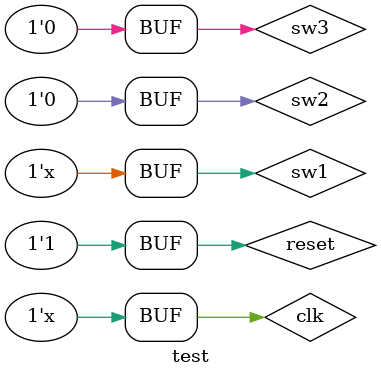
<source format=v>
`timescale 1ns / 1ps


module test;
    reg clk,reset,sw1,sw2,sw3;
    
    main uut(.b_clk(clk),.reset(reset),.sw1(sw1),.sw2(sw2),.sw3(sw3));
    
    initial begin
        clk=1;
        reset=0;
        sw1=0;
        sw2=0;
        sw3=0;       
        #1.5 reset=1;
     end       
        always begin
        #5 clk=!clk;
        end
        always begin
        #33 sw1=!sw1;
        end
endmodule

</source>
